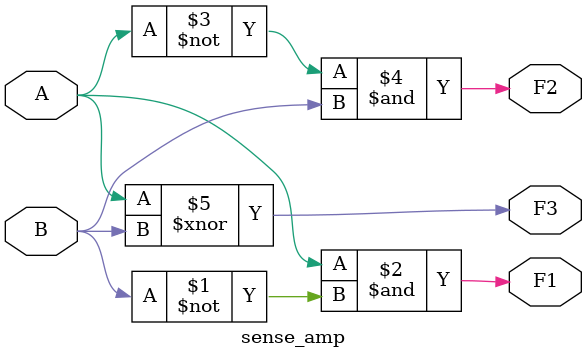
<source format=v>
/*************single bit comparator or Sense amplifier
Where A=Bit line 
	  B=~Bit line 
	  F1=A>B-->Read 1 operation
	  F2=A<B-->Read 0 operation
	  F3=A=B-->Both bit & ~bit line have same value which is invalid 
******************/
module sense_amp(A,B,F1,F2,F3);
input A,B;
output F1,F2,F3;
assign F1=A&~B; //read 1 operation
assign F2=~A&B; //read 0 operation
assign F3=A~^B;
endmodule 

</source>
